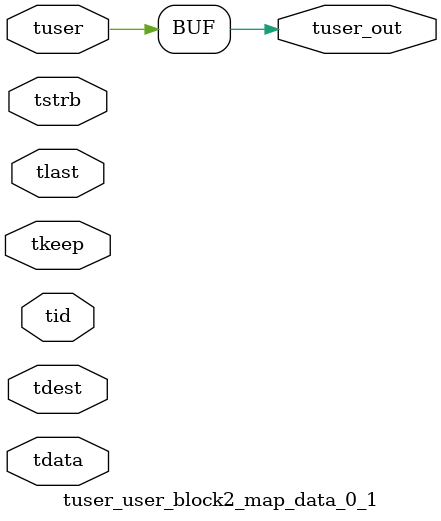
<source format=v>


`timescale 1ps/1ps

module tuser_user_block2_map_data_0_1 #
(
parameter C_S_AXIS_TUSER_WIDTH = 1,
parameter C_S_AXIS_TDATA_WIDTH = 32,
parameter C_S_AXIS_TID_WIDTH   = 0,
parameter C_S_AXIS_TDEST_WIDTH = 0,
parameter C_M_AXIS_TUSER_WIDTH = 1
)
(
input  [(C_S_AXIS_TUSER_WIDTH == 0 ? 1 : C_S_AXIS_TUSER_WIDTH)-1:0     ] tuser,
input  [(C_S_AXIS_TDATA_WIDTH == 0 ? 1 : C_S_AXIS_TDATA_WIDTH)-1:0     ] tdata,
input  [(C_S_AXIS_TID_WIDTH   == 0 ? 1 : C_S_AXIS_TID_WIDTH)-1:0       ] tid,
input  [(C_S_AXIS_TDEST_WIDTH == 0 ? 1 : C_S_AXIS_TDEST_WIDTH)-1:0     ] tdest,
input  [(C_S_AXIS_TDATA_WIDTH/8)-1:0 ] tkeep,
input  [(C_S_AXIS_TDATA_WIDTH/8)-1:0 ] tstrb,
input                                                                    tlast,
output [C_M_AXIS_TUSER_WIDTH-1:0] tuser_out
);

assign tuser_out = {tuser[127:32],2'b0,tuser[29:0]};

endmodule


</source>
